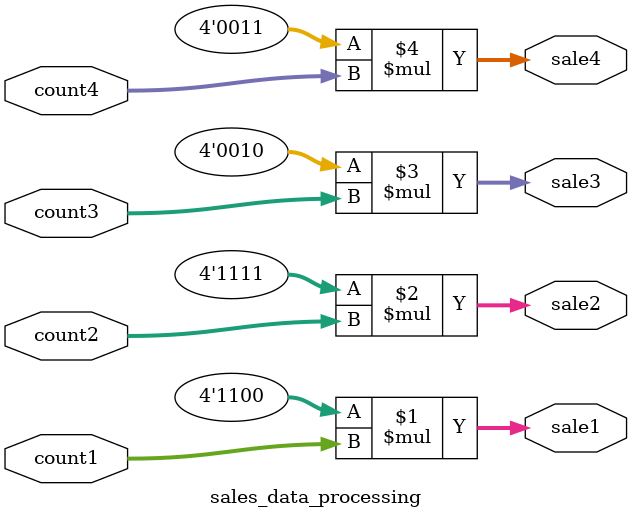
<source format=v>
`timescale 1ns / 1ps


module sales_data_processing(
    input[3:0] count1, //quantity sold for product 1
    input[3:0] count2,
    input[3:0] count3,
    input[3:0] count4,
    output[3:0] sale1,//revenue for product 1
    output[3:0] sale2,
    output[3:0] sale3,
    output[3:0] sale4
    );
    
    assign sale1 = 4'b1100 * count1;
    assign sale2 = 4'b1111 * count2;
    assign sale3 = 4'b0010 * count3;
    assign sale4 = 4'b0011 * count4;
endmodule

</source>
